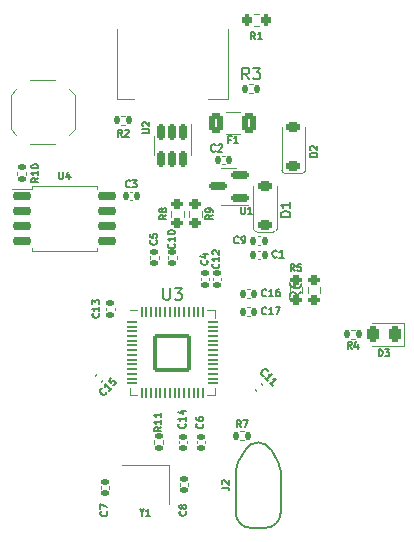
<source format=gto>
G04 #@! TF.GenerationSoftware,KiCad,Pcbnew,(7.0.0)*
G04 #@! TF.CreationDate,2023-05-22T16:41:53-07:00*
G04 #@! TF.ProjectId,OpenRectangle,4f70656e-5265-4637-9461-6e676c652e6b,rev?*
G04 #@! TF.SameCoordinates,Original*
G04 #@! TF.FileFunction,Legend,Top*
G04 #@! TF.FilePolarity,Positive*
%FSLAX46Y46*%
G04 Gerber Fmt 4.6, Leading zero omitted, Abs format (unit mm)*
G04 Created by KiCad (PCBNEW (7.0.0)) date 2023-05-22 16:41:53*
%MOMM*%
%LPD*%
G01*
G04 APERTURE LIST*
G04 Aperture macros list*
%AMRoundRect*
0 Rectangle with rounded corners*
0 $1 Rounding radius*
0 $2 $3 $4 $5 $6 $7 $8 $9 X,Y pos of 4 corners*
0 Add a 4 corners polygon primitive as box body*
4,1,4,$2,$3,$4,$5,$6,$7,$8,$9,$2,$3,0*
0 Add four circle primitives for the rounded corners*
1,1,$1+$1,$2,$3*
1,1,$1+$1,$4,$5*
1,1,$1+$1,$6,$7*
1,1,$1+$1,$8,$9*
0 Add four rect primitives between the rounded corners*
20,1,$1+$1,$2,$3,$4,$5,0*
20,1,$1+$1,$4,$5,$6,$7,0*
20,1,$1+$1,$6,$7,$8,$9,0*
20,1,$1+$1,$8,$9,$2,$3,0*%
G04 Aperture macros list end*
%ADD10C,0.150000*%
%ADD11C,0.120000*%
%ADD12C,0.200000*%
%ADD13C,3.800000*%
%ADD14C,1.750000*%
%ADD15C,3.987800*%
%ADD16R,1.100000X1.800000*%
%ADD17RoundRect,0.140000X0.170000X-0.140000X0.170000X0.140000X-0.170000X0.140000X-0.170000X-0.140000X0*%
%ADD18RoundRect,0.200000X-0.275000X0.200000X-0.275000X-0.200000X0.275000X-0.200000X0.275000X0.200000X0*%
%ADD19RoundRect,0.150000X0.587500X0.150000X-0.587500X0.150000X-0.587500X-0.150000X0.587500X-0.150000X0*%
%ADD20RoundRect,0.140000X0.140000X0.170000X-0.140000X0.170000X-0.140000X-0.170000X0.140000X-0.170000X0*%
%ADD21RoundRect,0.200000X0.275000X-0.200000X0.275000X0.200000X-0.275000X0.200000X-0.275000X-0.200000X0*%
%ADD22RoundRect,0.135000X-0.135000X-0.185000X0.135000X-0.185000X0.135000X0.185000X-0.135000X0.185000X0*%
%ADD23RoundRect,0.140000X-0.219203X-0.021213X-0.021213X-0.219203X0.219203X0.021213X0.021213X0.219203X0*%
%ADD24RoundRect,0.135000X0.135000X0.185000X-0.135000X0.185000X-0.135000X-0.185000X0.135000X-0.185000X0*%
%ADD25R,1.400000X1.200000*%
%ADD26RoundRect,0.140000X-0.021213X0.219203X-0.219203X0.021213X0.021213X-0.219203X0.219203X-0.021213X0*%
%ADD27RoundRect,0.250000X-0.375000X-0.625000X0.375000X-0.625000X0.375000X0.625000X-0.375000X0.625000X0*%
%ADD28RoundRect,0.225000X0.375000X-0.225000X0.375000X0.225000X-0.375000X0.225000X-0.375000X-0.225000X0*%
%ADD29RoundRect,0.200000X0.200000X0.275000X-0.200000X0.275000X-0.200000X-0.275000X0.200000X-0.275000X0*%
%ADD30RoundRect,0.140000X-0.140000X-0.170000X0.140000X-0.170000X0.140000X0.170000X-0.140000X0.170000X0*%
%ADD31RoundRect,0.243750X0.243750X0.456250X-0.243750X0.456250X-0.243750X-0.456250X0.243750X-0.456250X0*%
%ADD32RoundRect,0.135000X0.185000X-0.135000X0.185000X0.135000X-0.185000X0.135000X-0.185000X-0.135000X0*%
%ADD33RoundRect,0.140000X-0.170000X0.140000X-0.170000X-0.140000X0.170000X-0.140000X0.170000X0.140000X0*%
%ADD34RoundRect,0.135000X-0.185000X0.135000X-0.185000X-0.135000X0.185000X-0.135000X0.185000X0.135000X0*%
%ADD35C,0.990600*%
%ADD36C,0.787400*%
%ADD37RoundRect,0.050000X-0.387500X-0.050000X0.387500X-0.050000X0.387500X0.050000X-0.387500X0.050000X0*%
%ADD38RoundRect,0.050000X-0.050000X-0.387500X0.050000X-0.387500X0.050000X0.387500X-0.050000X0.387500X0*%
%ADD39RoundRect,0.144000X-1.456000X-1.456000X1.456000X-1.456000X1.456000X1.456000X-1.456000X1.456000X0*%
%ADD40RoundRect,0.150000X-0.150000X0.512500X-0.150000X-0.512500X0.150000X-0.512500X0.150000X0.512500X0*%
%ADD41C,0.650000*%
%ADD42R,0.300000X0.900000*%
%ADD43R,0.300000X0.700000*%
%ADD44O,0.800000X1.400000*%
%ADD45RoundRect,0.150000X-0.650000X-0.150000X0.650000X-0.150000X0.650000X0.150000X-0.650000X0.150000X0*%
%ADD46C,3.300000*%
G04 APERTURE END LIST*
D10*
X192348035Y-51581732D02*
X192376607Y-51610304D01*
X192376607Y-51610304D02*
X192405178Y-51696018D01*
X192405178Y-51696018D02*
X192405178Y-51753161D01*
X192405178Y-51753161D02*
X192376607Y-51838875D01*
X192376607Y-51838875D02*
X192319464Y-51896018D01*
X192319464Y-51896018D02*
X192262321Y-51924589D01*
X192262321Y-51924589D02*
X192148035Y-51953161D01*
X192148035Y-51953161D02*
X192062321Y-51953161D01*
X192062321Y-51953161D02*
X191948035Y-51924589D01*
X191948035Y-51924589D02*
X191890892Y-51896018D01*
X191890892Y-51896018D02*
X191833750Y-51838875D01*
X191833750Y-51838875D02*
X191805178Y-51753161D01*
X191805178Y-51753161D02*
X191805178Y-51696018D01*
X191805178Y-51696018D02*
X191833750Y-51610304D01*
X191833750Y-51610304D02*
X191862321Y-51581732D01*
X192405178Y-51010304D02*
X192405178Y-51353161D01*
X192405178Y-51181732D02*
X191805178Y-51181732D01*
X191805178Y-51181732D02*
X191890892Y-51238875D01*
X191890892Y-51238875D02*
X191948035Y-51296018D01*
X191948035Y-51296018D02*
X191976607Y-51353161D01*
X191805178Y-50810303D02*
X191805178Y-50438875D01*
X191805178Y-50438875D02*
X192033750Y-50638875D01*
X192033750Y-50638875D02*
X192033750Y-50553160D01*
X192033750Y-50553160D02*
X192062321Y-50496018D01*
X192062321Y-50496018D02*
X192090892Y-50467446D01*
X192090892Y-50467446D02*
X192148035Y-50438875D01*
X192148035Y-50438875D02*
X192290892Y-50438875D01*
X192290892Y-50438875D02*
X192348035Y-50467446D01*
X192348035Y-50467446D02*
X192376607Y-50496018D01*
X192376607Y-50496018D02*
X192405178Y-50553160D01*
X192405178Y-50553160D02*
X192405178Y-50724589D01*
X192405178Y-50724589D02*
X192376607Y-50781732D01*
X192376607Y-50781732D02*
X192348035Y-50810303D01*
X208940000Y-48000428D02*
X208740000Y-47714714D01*
X208597143Y-48000428D02*
X208597143Y-47400428D01*
X208597143Y-47400428D02*
X208825714Y-47400428D01*
X208825714Y-47400428D02*
X208882857Y-47429000D01*
X208882857Y-47429000D02*
X208911428Y-47457571D01*
X208911428Y-47457571D02*
X208940000Y-47514714D01*
X208940000Y-47514714D02*
X208940000Y-47600428D01*
X208940000Y-47600428D02*
X208911428Y-47657571D01*
X208911428Y-47657571D02*
X208882857Y-47686142D01*
X208882857Y-47686142D02*
X208825714Y-47714714D01*
X208825714Y-47714714D02*
X208597143Y-47714714D01*
X209482857Y-47400428D02*
X209197143Y-47400428D01*
X209197143Y-47400428D02*
X209168571Y-47686142D01*
X209168571Y-47686142D02*
X209197143Y-47657571D01*
X209197143Y-47657571D02*
X209254286Y-47629000D01*
X209254286Y-47629000D02*
X209397143Y-47629000D01*
X209397143Y-47629000D02*
X209454286Y-47657571D01*
X209454286Y-47657571D02*
X209482857Y-47686142D01*
X209482857Y-47686142D02*
X209511428Y-47743285D01*
X209511428Y-47743285D02*
X209511428Y-47886142D01*
X209511428Y-47886142D02*
X209482857Y-47943285D01*
X209482857Y-47943285D02*
X209454286Y-47971857D01*
X209454286Y-47971857D02*
X209397143Y-48000428D01*
X209397143Y-48000428D02*
X209254286Y-48000428D01*
X209254286Y-48000428D02*
X209197143Y-47971857D01*
X209197143Y-47971857D02*
X209168571Y-47943285D01*
X204395357Y-42540428D02*
X204395357Y-43026142D01*
X204395357Y-43026142D02*
X204423928Y-43083285D01*
X204423928Y-43083285D02*
X204452500Y-43111857D01*
X204452500Y-43111857D02*
X204509642Y-43140428D01*
X204509642Y-43140428D02*
X204623928Y-43140428D01*
X204623928Y-43140428D02*
X204681071Y-43111857D01*
X204681071Y-43111857D02*
X204709642Y-43083285D01*
X204709642Y-43083285D02*
X204738214Y-43026142D01*
X204738214Y-43026142D02*
X204738214Y-42540428D01*
X205338213Y-43140428D02*
X204995356Y-43140428D01*
X205166785Y-43140428D02*
X205166785Y-42540428D01*
X205166785Y-42540428D02*
X205109642Y-42626142D01*
X205109642Y-42626142D02*
X205052499Y-42683285D01*
X205052499Y-42683285D02*
X204995356Y-42711857D01*
X202240000Y-37813285D02*
X202211428Y-37841857D01*
X202211428Y-37841857D02*
X202125714Y-37870428D01*
X202125714Y-37870428D02*
X202068571Y-37870428D01*
X202068571Y-37870428D02*
X201982857Y-37841857D01*
X201982857Y-37841857D02*
X201925714Y-37784714D01*
X201925714Y-37784714D02*
X201897143Y-37727571D01*
X201897143Y-37727571D02*
X201868571Y-37613285D01*
X201868571Y-37613285D02*
X201868571Y-37527571D01*
X201868571Y-37527571D02*
X201897143Y-37413285D01*
X201897143Y-37413285D02*
X201925714Y-37356142D01*
X201925714Y-37356142D02*
X201982857Y-37299000D01*
X201982857Y-37299000D02*
X202068571Y-37270428D01*
X202068571Y-37270428D02*
X202125714Y-37270428D01*
X202125714Y-37270428D02*
X202211428Y-37299000D01*
X202211428Y-37299000D02*
X202240000Y-37327571D01*
X202468571Y-37327571D02*
X202497143Y-37299000D01*
X202497143Y-37299000D02*
X202554286Y-37270428D01*
X202554286Y-37270428D02*
X202697143Y-37270428D01*
X202697143Y-37270428D02*
X202754286Y-37299000D01*
X202754286Y-37299000D02*
X202782857Y-37327571D01*
X202782857Y-37327571D02*
X202811428Y-37384714D01*
X202811428Y-37384714D02*
X202811428Y-37441857D01*
X202811428Y-37441857D02*
X202782857Y-37527571D01*
X202782857Y-37527571D02*
X202440000Y-37870428D01*
X202440000Y-37870428D02*
X202811428Y-37870428D01*
X209507380Y-49766666D02*
X209031190Y-50099999D01*
X209507380Y-50338094D02*
X208507380Y-50338094D01*
X208507380Y-50338094D02*
X208507380Y-49957142D01*
X208507380Y-49957142D02*
X208555000Y-49861904D01*
X208555000Y-49861904D02*
X208602619Y-49814285D01*
X208602619Y-49814285D02*
X208697857Y-49766666D01*
X208697857Y-49766666D02*
X208840714Y-49766666D01*
X208840714Y-49766666D02*
X208935952Y-49814285D01*
X208935952Y-49814285D02*
X208983571Y-49861904D01*
X208983571Y-49861904D02*
X209031190Y-49957142D01*
X209031190Y-49957142D02*
X209031190Y-50338094D01*
X208507380Y-48909523D02*
X208507380Y-49099999D01*
X208507380Y-49099999D02*
X208555000Y-49195237D01*
X208555000Y-49195237D02*
X208602619Y-49242856D01*
X208602619Y-49242856D02*
X208745476Y-49338094D01*
X208745476Y-49338094D02*
X208935952Y-49385713D01*
X208935952Y-49385713D02*
X209316904Y-49385713D01*
X209316904Y-49385713D02*
X209412142Y-49338094D01*
X209412142Y-49338094D02*
X209459761Y-49290475D01*
X209459761Y-49290475D02*
X209507380Y-49195237D01*
X209507380Y-49195237D02*
X209507380Y-49004761D01*
X209507380Y-49004761D02*
X209459761Y-48909523D01*
X209459761Y-48909523D02*
X209412142Y-48861904D01*
X209412142Y-48861904D02*
X209316904Y-48814285D01*
X209316904Y-48814285D02*
X209078809Y-48814285D01*
X209078809Y-48814285D02*
X208983571Y-48861904D01*
X208983571Y-48861904D02*
X208935952Y-48909523D01*
X208935952Y-48909523D02*
X208888333Y-49004761D01*
X208888333Y-49004761D02*
X208888333Y-49195237D01*
X208888333Y-49195237D02*
X208935952Y-49290475D01*
X208935952Y-49290475D02*
X208983571Y-49338094D01*
X208983571Y-49338094D02*
X209078809Y-49385713D01*
X213760000Y-54580428D02*
X213560000Y-54294714D01*
X213417143Y-54580428D02*
X213417143Y-53980428D01*
X213417143Y-53980428D02*
X213645714Y-53980428D01*
X213645714Y-53980428D02*
X213702857Y-54009000D01*
X213702857Y-54009000D02*
X213731428Y-54037571D01*
X213731428Y-54037571D02*
X213760000Y-54094714D01*
X213760000Y-54094714D02*
X213760000Y-54180428D01*
X213760000Y-54180428D02*
X213731428Y-54237571D01*
X213731428Y-54237571D02*
X213702857Y-54266142D01*
X213702857Y-54266142D02*
X213645714Y-54294714D01*
X213645714Y-54294714D02*
X213417143Y-54294714D01*
X214274286Y-54180428D02*
X214274286Y-54580428D01*
X214131428Y-53951857D02*
X213988571Y-54380428D01*
X213988571Y-54380428D02*
X214360000Y-54380428D01*
X206318042Y-56838367D02*
X206277635Y-56838367D01*
X206277635Y-56838367D02*
X206196823Y-56797961D01*
X206196823Y-56797961D02*
X206156417Y-56757555D01*
X206156417Y-56757555D02*
X206116011Y-56676743D01*
X206116011Y-56676743D02*
X206116011Y-56595931D01*
X206116011Y-56595931D02*
X206136214Y-56535322D01*
X206136214Y-56535322D02*
X206196823Y-56434306D01*
X206196823Y-56434306D02*
X206257432Y-56373697D01*
X206257432Y-56373697D02*
X206358448Y-56313088D01*
X206358448Y-56313088D02*
X206419057Y-56292885D01*
X206419057Y-56292885D02*
X206499869Y-56292885D01*
X206499869Y-56292885D02*
X206580681Y-56333291D01*
X206580681Y-56333291D02*
X206621087Y-56373697D01*
X206621087Y-56373697D02*
X206661493Y-56454509D01*
X206661493Y-56454509D02*
X206661493Y-56494916D01*
X206681696Y-57282835D02*
X206439260Y-57040398D01*
X206560478Y-57161616D02*
X206984742Y-56737352D01*
X206984742Y-56737352D02*
X206883727Y-56757555D01*
X206883727Y-56757555D02*
X206802915Y-56757555D01*
X206802915Y-56757555D02*
X206742306Y-56737352D01*
X207085758Y-57686896D02*
X206843321Y-57444459D01*
X206964540Y-57565678D02*
X207388804Y-57141414D01*
X207388804Y-57141414D02*
X207287788Y-57161617D01*
X207287788Y-57161617D02*
X207206976Y-57161617D01*
X207206976Y-57161617D02*
X207146367Y-57141414D01*
X194330000Y-36620428D02*
X194130000Y-36334714D01*
X193987143Y-36620428D02*
X193987143Y-36020428D01*
X193987143Y-36020428D02*
X194215714Y-36020428D01*
X194215714Y-36020428D02*
X194272857Y-36049000D01*
X194272857Y-36049000D02*
X194301428Y-36077571D01*
X194301428Y-36077571D02*
X194330000Y-36134714D01*
X194330000Y-36134714D02*
X194330000Y-36220428D01*
X194330000Y-36220428D02*
X194301428Y-36277571D01*
X194301428Y-36277571D02*
X194272857Y-36306142D01*
X194272857Y-36306142D02*
X194215714Y-36334714D01*
X194215714Y-36334714D02*
X193987143Y-36334714D01*
X194558571Y-36077571D02*
X194587143Y-36049000D01*
X194587143Y-36049000D02*
X194644286Y-36020428D01*
X194644286Y-36020428D02*
X194787143Y-36020428D01*
X194787143Y-36020428D02*
X194844286Y-36049000D01*
X194844286Y-36049000D02*
X194872857Y-36077571D01*
X194872857Y-36077571D02*
X194901428Y-36134714D01*
X194901428Y-36134714D02*
X194901428Y-36191857D01*
X194901428Y-36191857D02*
X194872857Y-36277571D01*
X194872857Y-36277571D02*
X194530000Y-36620428D01*
X194530000Y-36620428D02*
X194901428Y-36620428D01*
X196008285Y-68423964D02*
X196008285Y-68709678D01*
X195808285Y-68109678D02*
X196008285Y-68423964D01*
X196008285Y-68423964D02*
X196208285Y-68109678D01*
X196722571Y-68709678D02*
X196379714Y-68709678D01*
X196551143Y-68709678D02*
X196551143Y-68109678D01*
X196551143Y-68109678D02*
X196494000Y-68195392D01*
X196494000Y-68195392D02*
X196436857Y-68252535D01*
X196436857Y-68252535D02*
X196379714Y-68281107D01*
X192991712Y-58246463D02*
X192991712Y-58286870D01*
X192991712Y-58286870D02*
X192951306Y-58367682D01*
X192951306Y-58367682D02*
X192910900Y-58408088D01*
X192910900Y-58408088D02*
X192830088Y-58448494D01*
X192830088Y-58448494D02*
X192749276Y-58448494D01*
X192749276Y-58448494D02*
X192688667Y-58428291D01*
X192688667Y-58428291D02*
X192587651Y-58367682D01*
X192587651Y-58367682D02*
X192527042Y-58307073D01*
X192527042Y-58307073D02*
X192466433Y-58206057D01*
X192466433Y-58206057D02*
X192446230Y-58145448D01*
X192446230Y-58145448D02*
X192446230Y-58064636D01*
X192446230Y-58064636D02*
X192486636Y-57983824D01*
X192486636Y-57983824D02*
X192527042Y-57943418D01*
X192527042Y-57943418D02*
X192607854Y-57903012D01*
X192607854Y-57903012D02*
X192648261Y-57903012D01*
X193436180Y-57882809D02*
X193193743Y-58125245D01*
X193314961Y-58004027D02*
X192890697Y-57579763D01*
X192890697Y-57579763D02*
X192910900Y-57680778D01*
X192910900Y-57680778D02*
X192910900Y-57761590D01*
X192910900Y-57761590D02*
X192890697Y-57822199D01*
X193395774Y-57074686D02*
X193193743Y-57276717D01*
X193193743Y-57276717D02*
X193375571Y-57498950D01*
X193375571Y-57498950D02*
X193375571Y-57458544D01*
X193375571Y-57458544D02*
X193395774Y-57397935D01*
X193395774Y-57397935D02*
X193496789Y-57296920D01*
X193496789Y-57296920D02*
X193557398Y-57276717D01*
X193557398Y-57276717D02*
X193597804Y-57276717D01*
X193597804Y-57276717D02*
X193658413Y-57296920D01*
X193658413Y-57296920D02*
X193759429Y-57397935D01*
X193759429Y-57397935D02*
X193779632Y-57458544D01*
X193779632Y-57458544D02*
X193779632Y-57498950D01*
X193779632Y-57498950D02*
X193759429Y-57559559D01*
X193759429Y-57559559D02*
X193658413Y-57660575D01*
X193658413Y-57660575D02*
X193597804Y-57680778D01*
X193597804Y-57680778D02*
X193557398Y-57680778D01*
X199723285Y-68339999D02*
X199751857Y-68368571D01*
X199751857Y-68368571D02*
X199780428Y-68454285D01*
X199780428Y-68454285D02*
X199780428Y-68511428D01*
X199780428Y-68511428D02*
X199751857Y-68597142D01*
X199751857Y-68597142D02*
X199694714Y-68654285D01*
X199694714Y-68654285D02*
X199637571Y-68682856D01*
X199637571Y-68682856D02*
X199523285Y-68711428D01*
X199523285Y-68711428D02*
X199437571Y-68711428D01*
X199437571Y-68711428D02*
X199323285Y-68682856D01*
X199323285Y-68682856D02*
X199266142Y-68654285D01*
X199266142Y-68654285D02*
X199209000Y-68597142D01*
X199209000Y-68597142D02*
X199180428Y-68511428D01*
X199180428Y-68511428D02*
X199180428Y-68454285D01*
X199180428Y-68454285D02*
X199209000Y-68368571D01*
X199209000Y-68368571D02*
X199237571Y-68339999D01*
X199437571Y-67997142D02*
X199409000Y-68054285D01*
X199409000Y-68054285D02*
X199380428Y-68082856D01*
X199380428Y-68082856D02*
X199323285Y-68111428D01*
X199323285Y-68111428D02*
X199294714Y-68111428D01*
X199294714Y-68111428D02*
X199237571Y-68082856D01*
X199237571Y-68082856D02*
X199209000Y-68054285D01*
X199209000Y-68054285D02*
X199180428Y-67997142D01*
X199180428Y-67997142D02*
X199180428Y-67882856D01*
X199180428Y-67882856D02*
X199209000Y-67825714D01*
X199209000Y-67825714D02*
X199237571Y-67797142D01*
X199237571Y-67797142D02*
X199294714Y-67768571D01*
X199294714Y-67768571D02*
X199323285Y-67768571D01*
X199323285Y-67768571D02*
X199380428Y-67797142D01*
X199380428Y-67797142D02*
X199409000Y-67825714D01*
X199409000Y-67825714D02*
X199437571Y-67882856D01*
X199437571Y-67882856D02*
X199437571Y-67997142D01*
X199437571Y-67997142D02*
X199466142Y-68054285D01*
X199466142Y-68054285D02*
X199494714Y-68082856D01*
X199494714Y-68082856D02*
X199551857Y-68111428D01*
X199551857Y-68111428D02*
X199666142Y-68111428D01*
X199666142Y-68111428D02*
X199723285Y-68082856D01*
X199723285Y-68082856D02*
X199751857Y-68054285D01*
X199751857Y-68054285D02*
X199780428Y-67997142D01*
X199780428Y-67997142D02*
X199780428Y-67882856D01*
X199780428Y-67882856D02*
X199751857Y-67825714D01*
X199751857Y-67825714D02*
X199723285Y-67797142D01*
X199723285Y-67797142D02*
X199666142Y-67768571D01*
X199666142Y-67768571D02*
X199551857Y-67768571D01*
X199551857Y-67768571D02*
X199494714Y-67797142D01*
X199494714Y-67797142D02*
X199466142Y-67825714D01*
X199466142Y-67825714D02*
X199437571Y-67882856D01*
X203510000Y-36876142D02*
X203310000Y-36876142D01*
X203310000Y-37190428D02*
X203310000Y-36590428D01*
X203310000Y-36590428D02*
X203595714Y-36590428D01*
X204138571Y-37190428D02*
X203795714Y-37190428D01*
X203967143Y-37190428D02*
X203967143Y-36590428D01*
X203967143Y-36590428D02*
X203910000Y-36676142D01*
X203910000Y-36676142D02*
X203852857Y-36733285D01*
X203852857Y-36733285D02*
X203795714Y-36761857D01*
X210850428Y-38322856D02*
X210250428Y-38322856D01*
X210250428Y-38322856D02*
X210250428Y-38179999D01*
X210250428Y-38179999D02*
X210279000Y-38094285D01*
X210279000Y-38094285D02*
X210336142Y-38037142D01*
X210336142Y-38037142D02*
X210393285Y-38008571D01*
X210393285Y-38008571D02*
X210507571Y-37979999D01*
X210507571Y-37979999D02*
X210593285Y-37979999D01*
X210593285Y-37979999D02*
X210707571Y-38008571D01*
X210707571Y-38008571D02*
X210764714Y-38037142D01*
X210764714Y-38037142D02*
X210821857Y-38094285D01*
X210821857Y-38094285D02*
X210850428Y-38179999D01*
X210850428Y-38179999D02*
X210850428Y-38322856D01*
X210307571Y-37751428D02*
X210279000Y-37722856D01*
X210279000Y-37722856D02*
X210250428Y-37665714D01*
X210250428Y-37665714D02*
X210250428Y-37522856D01*
X210250428Y-37522856D02*
X210279000Y-37465714D01*
X210279000Y-37465714D02*
X210307571Y-37437142D01*
X210307571Y-37437142D02*
X210364714Y-37408571D01*
X210364714Y-37408571D02*
X210421857Y-37408571D01*
X210421857Y-37408571D02*
X210507571Y-37437142D01*
X210507571Y-37437142D02*
X210850428Y-37779999D01*
X210850428Y-37779999D02*
X210850428Y-37408571D01*
X205595000Y-28370428D02*
X205395000Y-28084714D01*
X205252143Y-28370428D02*
X205252143Y-27770428D01*
X205252143Y-27770428D02*
X205480714Y-27770428D01*
X205480714Y-27770428D02*
X205537857Y-27799000D01*
X205537857Y-27799000D02*
X205566428Y-27827571D01*
X205566428Y-27827571D02*
X205595000Y-27884714D01*
X205595000Y-27884714D02*
X205595000Y-27970428D01*
X205595000Y-27970428D02*
X205566428Y-28027571D01*
X205566428Y-28027571D02*
X205537857Y-28056142D01*
X205537857Y-28056142D02*
X205480714Y-28084714D01*
X205480714Y-28084714D02*
X205252143Y-28084714D01*
X206166428Y-28370428D02*
X205823571Y-28370428D01*
X205995000Y-28370428D02*
X205995000Y-27770428D01*
X205995000Y-27770428D02*
X205937857Y-27856142D01*
X205937857Y-27856142D02*
X205880714Y-27913285D01*
X205880714Y-27913285D02*
X205823571Y-27941857D01*
X204190000Y-45588285D02*
X204161428Y-45616857D01*
X204161428Y-45616857D02*
X204075714Y-45645428D01*
X204075714Y-45645428D02*
X204018571Y-45645428D01*
X204018571Y-45645428D02*
X203932857Y-45616857D01*
X203932857Y-45616857D02*
X203875714Y-45559714D01*
X203875714Y-45559714D02*
X203847143Y-45502571D01*
X203847143Y-45502571D02*
X203818571Y-45388285D01*
X203818571Y-45388285D02*
X203818571Y-45302571D01*
X203818571Y-45302571D02*
X203847143Y-45188285D01*
X203847143Y-45188285D02*
X203875714Y-45131142D01*
X203875714Y-45131142D02*
X203932857Y-45074000D01*
X203932857Y-45074000D02*
X204018571Y-45045428D01*
X204018571Y-45045428D02*
X204075714Y-45045428D01*
X204075714Y-45045428D02*
X204161428Y-45074000D01*
X204161428Y-45074000D02*
X204190000Y-45102571D01*
X204475714Y-45645428D02*
X204590000Y-45645428D01*
X204590000Y-45645428D02*
X204647143Y-45616857D01*
X204647143Y-45616857D02*
X204675714Y-45588285D01*
X204675714Y-45588285D02*
X204732857Y-45502571D01*
X204732857Y-45502571D02*
X204761428Y-45388285D01*
X204761428Y-45388285D02*
X204761428Y-45159714D01*
X204761428Y-45159714D02*
X204732857Y-45102571D01*
X204732857Y-45102571D02*
X204704286Y-45074000D01*
X204704286Y-45074000D02*
X204647143Y-45045428D01*
X204647143Y-45045428D02*
X204532857Y-45045428D01*
X204532857Y-45045428D02*
X204475714Y-45074000D01*
X204475714Y-45074000D02*
X204447143Y-45102571D01*
X204447143Y-45102571D02*
X204418571Y-45159714D01*
X204418571Y-45159714D02*
X204418571Y-45302571D01*
X204418571Y-45302571D02*
X204447143Y-45359714D01*
X204447143Y-45359714D02*
X204475714Y-45388285D01*
X204475714Y-45388285D02*
X204532857Y-45416857D01*
X204532857Y-45416857D02*
X204647143Y-45416857D01*
X204647143Y-45416857D02*
X204704286Y-45388285D01*
X204704286Y-45388285D02*
X204732857Y-45359714D01*
X204732857Y-45359714D02*
X204761428Y-45302571D01*
X207430000Y-46788285D02*
X207401428Y-46816857D01*
X207401428Y-46816857D02*
X207315714Y-46845428D01*
X207315714Y-46845428D02*
X207258571Y-46845428D01*
X207258571Y-46845428D02*
X207172857Y-46816857D01*
X207172857Y-46816857D02*
X207115714Y-46759714D01*
X207115714Y-46759714D02*
X207087143Y-46702571D01*
X207087143Y-46702571D02*
X207058571Y-46588285D01*
X207058571Y-46588285D02*
X207058571Y-46502571D01*
X207058571Y-46502571D02*
X207087143Y-46388285D01*
X207087143Y-46388285D02*
X207115714Y-46331142D01*
X207115714Y-46331142D02*
X207172857Y-46274000D01*
X207172857Y-46274000D02*
X207258571Y-46245428D01*
X207258571Y-46245428D02*
X207315714Y-46245428D01*
X207315714Y-46245428D02*
X207401428Y-46274000D01*
X207401428Y-46274000D02*
X207430000Y-46302571D01*
X208001428Y-46845428D02*
X207658571Y-46845428D01*
X207830000Y-46845428D02*
X207830000Y-46245428D01*
X207830000Y-46245428D02*
X207772857Y-46331142D01*
X207772857Y-46331142D02*
X207715714Y-46388285D01*
X207715714Y-46388285D02*
X207658571Y-46416857D01*
X216044643Y-55220428D02*
X216044643Y-54620428D01*
X216044643Y-54620428D02*
X216187500Y-54620428D01*
X216187500Y-54620428D02*
X216273214Y-54649000D01*
X216273214Y-54649000D02*
X216330357Y-54706142D01*
X216330357Y-54706142D02*
X216358928Y-54763285D01*
X216358928Y-54763285D02*
X216387500Y-54877571D01*
X216387500Y-54877571D02*
X216387500Y-54963285D01*
X216387500Y-54963285D02*
X216358928Y-55077571D01*
X216358928Y-55077571D02*
X216330357Y-55134714D01*
X216330357Y-55134714D02*
X216273214Y-55191857D01*
X216273214Y-55191857D02*
X216187500Y-55220428D01*
X216187500Y-55220428D02*
X216044643Y-55220428D01*
X216587500Y-54620428D02*
X216958928Y-54620428D01*
X216958928Y-54620428D02*
X216758928Y-54849000D01*
X216758928Y-54849000D02*
X216844643Y-54849000D01*
X216844643Y-54849000D02*
X216901786Y-54877571D01*
X216901786Y-54877571D02*
X216930357Y-54906142D01*
X216930357Y-54906142D02*
X216958928Y-54963285D01*
X216958928Y-54963285D02*
X216958928Y-55106142D01*
X216958928Y-55106142D02*
X216930357Y-55163285D01*
X216930357Y-55163285D02*
X216901786Y-55191857D01*
X216901786Y-55191857D02*
X216844643Y-55220428D01*
X216844643Y-55220428D02*
X216673214Y-55220428D01*
X216673214Y-55220428D02*
X216616071Y-55191857D01*
X216616071Y-55191857D02*
X216587500Y-55163285D01*
X201513285Y-47079999D02*
X201541857Y-47108571D01*
X201541857Y-47108571D02*
X201570428Y-47194285D01*
X201570428Y-47194285D02*
X201570428Y-47251428D01*
X201570428Y-47251428D02*
X201541857Y-47337142D01*
X201541857Y-47337142D02*
X201484714Y-47394285D01*
X201484714Y-47394285D02*
X201427571Y-47422856D01*
X201427571Y-47422856D02*
X201313285Y-47451428D01*
X201313285Y-47451428D02*
X201227571Y-47451428D01*
X201227571Y-47451428D02*
X201113285Y-47422856D01*
X201113285Y-47422856D02*
X201056142Y-47394285D01*
X201056142Y-47394285D02*
X200999000Y-47337142D01*
X200999000Y-47337142D02*
X200970428Y-47251428D01*
X200970428Y-47251428D02*
X200970428Y-47194285D01*
X200970428Y-47194285D02*
X200999000Y-47108571D01*
X200999000Y-47108571D02*
X201027571Y-47079999D01*
X201170428Y-46565714D02*
X201570428Y-46565714D01*
X200941857Y-46708571D02*
X201370428Y-46851428D01*
X201370428Y-46851428D02*
X201370428Y-46479999D01*
X197660428Y-61185714D02*
X197374714Y-61385714D01*
X197660428Y-61528571D02*
X197060428Y-61528571D01*
X197060428Y-61528571D02*
X197060428Y-61300000D01*
X197060428Y-61300000D02*
X197089000Y-61242857D01*
X197089000Y-61242857D02*
X197117571Y-61214286D01*
X197117571Y-61214286D02*
X197174714Y-61185714D01*
X197174714Y-61185714D02*
X197260428Y-61185714D01*
X197260428Y-61185714D02*
X197317571Y-61214286D01*
X197317571Y-61214286D02*
X197346142Y-61242857D01*
X197346142Y-61242857D02*
X197374714Y-61300000D01*
X197374714Y-61300000D02*
X197374714Y-61528571D01*
X197660428Y-60614286D02*
X197660428Y-60957143D01*
X197660428Y-60785714D02*
X197060428Y-60785714D01*
X197060428Y-60785714D02*
X197146142Y-60842857D01*
X197146142Y-60842857D02*
X197203285Y-60900000D01*
X197203285Y-60900000D02*
X197231857Y-60957143D01*
X197660428Y-60042857D02*
X197660428Y-60385714D01*
X197660428Y-60214285D02*
X197060428Y-60214285D01*
X197060428Y-60214285D02*
X197146142Y-60271428D01*
X197146142Y-60271428D02*
X197203285Y-60328571D01*
X197203285Y-60328571D02*
X197231857Y-60385714D01*
X201143285Y-60899999D02*
X201171857Y-60928571D01*
X201171857Y-60928571D02*
X201200428Y-61014285D01*
X201200428Y-61014285D02*
X201200428Y-61071428D01*
X201200428Y-61071428D02*
X201171857Y-61157142D01*
X201171857Y-61157142D02*
X201114714Y-61214285D01*
X201114714Y-61214285D02*
X201057571Y-61242856D01*
X201057571Y-61242856D02*
X200943285Y-61271428D01*
X200943285Y-61271428D02*
X200857571Y-61271428D01*
X200857571Y-61271428D02*
X200743285Y-61242856D01*
X200743285Y-61242856D02*
X200686142Y-61214285D01*
X200686142Y-61214285D02*
X200629000Y-61157142D01*
X200629000Y-61157142D02*
X200600428Y-61071428D01*
X200600428Y-61071428D02*
X200600428Y-61014285D01*
X200600428Y-61014285D02*
X200629000Y-60928571D01*
X200629000Y-60928571D02*
X200657571Y-60899999D01*
X200600428Y-60385714D02*
X200600428Y-60499999D01*
X200600428Y-60499999D02*
X200629000Y-60557142D01*
X200629000Y-60557142D02*
X200657571Y-60585714D01*
X200657571Y-60585714D02*
X200743285Y-60642856D01*
X200743285Y-60642856D02*
X200857571Y-60671428D01*
X200857571Y-60671428D02*
X201086142Y-60671428D01*
X201086142Y-60671428D02*
X201143285Y-60642856D01*
X201143285Y-60642856D02*
X201171857Y-60614285D01*
X201171857Y-60614285D02*
X201200428Y-60557142D01*
X201200428Y-60557142D02*
X201200428Y-60442856D01*
X201200428Y-60442856D02*
X201171857Y-60385714D01*
X201171857Y-60385714D02*
X201143285Y-60357142D01*
X201143285Y-60357142D02*
X201086142Y-60328571D01*
X201086142Y-60328571D02*
X200943285Y-60328571D01*
X200943285Y-60328571D02*
X200886142Y-60357142D01*
X200886142Y-60357142D02*
X200857571Y-60385714D01*
X200857571Y-60385714D02*
X200829000Y-60442856D01*
X200829000Y-60442856D02*
X200829000Y-60557142D01*
X200829000Y-60557142D02*
X200857571Y-60614285D01*
X200857571Y-60614285D02*
X200886142Y-60642856D01*
X200886142Y-60642856D02*
X200943285Y-60671428D01*
X206554285Y-50083285D02*
X206525713Y-50111857D01*
X206525713Y-50111857D02*
X206439999Y-50140428D01*
X206439999Y-50140428D02*
X206382856Y-50140428D01*
X206382856Y-50140428D02*
X206297142Y-50111857D01*
X206297142Y-50111857D02*
X206239999Y-50054714D01*
X206239999Y-50054714D02*
X206211428Y-49997571D01*
X206211428Y-49997571D02*
X206182856Y-49883285D01*
X206182856Y-49883285D02*
X206182856Y-49797571D01*
X206182856Y-49797571D02*
X206211428Y-49683285D01*
X206211428Y-49683285D02*
X206239999Y-49626142D01*
X206239999Y-49626142D02*
X206297142Y-49569000D01*
X206297142Y-49569000D02*
X206382856Y-49540428D01*
X206382856Y-49540428D02*
X206439999Y-49540428D01*
X206439999Y-49540428D02*
X206525713Y-49569000D01*
X206525713Y-49569000D02*
X206554285Y-49597571D01*
X207125713Y-50140428D02*
X206782856Y-50140428D01*
X206954285Y-50140428D02*
X206954285Y-49540428D01*
X206954285Y-49540428D02*
X206897142Y-49626142D01*
X206897142Y-49626142D02*
X206839999Y-49683285D01*
X206839999Y-49683285D02*
X206782856Y-49711857D01*
X207640000Y-49540428D02*
X207525714Y-49540428D01*
X207525714Y-49540428D02*
X207468571Y-49569000D01*
X207468571Y-49569000D02*
X207440000Y-49597571D01*
X207440000Y-49597571D02*
X207382857Y-49683285D01*
X207382857Y-49683285D02*
X207354285Y-49797571D01*
X207354285Y-49797571D02*
X207354285Y-50026142D01*
X207354285Y-50026142D02*
X207382857Y-50083285D01*
X207382857Y-50083285D02*
X207411428Y-50111857D01*
X207411428Y-50111857D02*
X207468571Y-50140428D01*
X207468571Y-50140428D02*
X207582857Y-50140428D01*
X207582857Y-50140428D02*
X207640000Y-50111857D01*
X207640000Y-50111857D02*
X207668571Y-50083285D01*
X207668571Y-50083285D02*
X207697142Y-50026142D01*
X207697142Y-50026142D02*
X207697142Y-49883285D01*
X207697142Y-49883285D02*
X207668571Y-49826142D01*
X207668571Y-49826142D02*
X207640000Y-49797571D01*
X207640000Y-49797571D02*
X207582857Y-49769000D01*
X207582857Y-49769000D02*
X207468571Y-49769000D01*
X207468571Y-49769000D02*
X207411428Y-49797571D01*
X207411428Y-49797571D02*
X207382857Y-49826142D01*
X207382857Y-49826142D02*
X207354285Y-49883285D01*
X202513285Y-47365714D02*
X202541857Y-47394286D01*
X202541857Y-47394286D02*
X202570428Y-47480000D01*
X202570428Y-47480000D02*
X202570428Y-47537143D01*
X202570428Y-47537143D02*
X202541857Y-47622857D01*
X202541857Y-47622857D02*
X202484714Y-47680000D01*
X202484714Y-47680000D02*
X202427571Y-47708571D01*
X202427571Y-47708571D02*
X202313285Y-47737143D01*
X202313285Y-47737143D02*
X202227571Y-47737143D01*
X202227571Y-47737143D02*
X202113285Y-47708571D01*
X202113285Y-47708571D02*
X202056142Y-47680000D01*
X202056142Y-47680000D02*
X201999000Y-47622857D01*
X201999000Y-47622857D02*
X201970428Y-47537143D01*
X201970428Y-47537143D02*
X201970428Y-47480000D01*
X201970428Y-47480000D02*
X201999000Y-47394286D01*
X201999000Y-47394286D02*
X202027571Y-47365714D01*
X202570428Y-46794286D02*
X202570428Y-47137143D01*
X202570428Y-46965714D02*
X201970428Y-46965714D01*
X201970428Y-46965714D02*
X202056142Y-47022857D01*
X202056142Y-47022857D02*
X202113285Y-47080000D01*
X202113285Y-47080000D02*
X202141857Y-47137143D01*
X202027571Y-46565714D02*
X201999000Y-46537142D01*
X201999000Y-46537142D02*
X201970428Y-46480000D01*
X201970428Y-46480000D02*
X201970428Y-46337142D01*
X201970428Y-46337142D02*
X201999000Y-46280000D01*
X201999000Y-46280000D02*
X202027571Y-46251428D01*
X202027571Y-46251428D02*
X202084714Y-46222857D01*
X202084714Y-46222857D02*
X202141857Y-46222857D01*
X202141857Y-46222857D02*
X202227571Y-46251428D01*
X202227571Y-46251428D02*
X202570428Y-46594285D01*
X202570428Y-46594285D02*
X202570428Y-46222857D01*
X195000000Y-40843285D02*
X194971428Y-40871857D01*
X194971428Y-40871857D02*
X194885714Y-40900428D01*
X194885714Y-40900428D02*
X194828571Y-40900428D01*
X194828571Y-40900428D02*
X194742857Y-40871857D01*
X194742857Y-40871857D02*
X194685714Y-40814714D01*
X194685714Y-40814714D02*
X194657143Y-40757571D01*
X194657143Y-40757571D02*
X194628571Y-40643285D01*
X194628571Y-40643285D02*
X194628571Y-40557571D01*
X194628571Y-40557571D02*
X194657143Y-40443285D01*
X194657143Y-40443285D02*
X194685714Y-40386142D01*
X194685714Y-40386142D02*
X194742857Y-40329000D01*
X194742857Y-40329000D02*
X194828571Y-40300428D01*
X194828571Y-40300428D02*
X194885714Y-40300428D01*
X194885714Y-40300428D02*
X194971428Y-40329000D01*
X194971428Y-40329000D02*
X195000000Y-40357571D01*
X195200000Y-40300428D02*
X195571428Y-40300428D01*
X195571428Y-40300428D02*
X195371428Y-40529000D01*
X195371428Y-40529000D02*
X195457143Y-40529000D01*
X195457143Y-40529000D02*
X195514286Y-40557571D01*
X195514286Y-40557571D02*
X195542857Y-40586142D01*
X195542857Y-40586142D02*
X195571428Y-40643285D01*
X195571428Y-40643285D02*
X195571428Y-40786142D01*
X195571428Y-40786142D02*
X195542857Y-40843285D01*
X195542857Y-40843285D02*
X195514286Y-40871857D01*
X195514286Y-40871857D02*
X195457143Y-40900428D01*
X195457143Y-40900428D02*
X195285714Y-40900428D01*
X195285714Y-40900428D02*
X195228571Y-40871857D01*
X195228571Y-40871857D02*
X195200000Y-40843285D01*
X193033285Y-68349999D02*
X193061857Y-68378571D01*
X193061857Y-68378571D02*
X193090428Y-68464285D01*
X193090428Y-68464285D02*
X193090428Y-68521428D01*
X193090428Y-68521428D02*
X193061857Y-68607142D01*
X193061857Y-68607142D02*
X193004714Y-68664285D01*
X193004714Y-68664285D02*
X192947571Y-68692856D01*
X192947571Y-68692856D02*
X192833285Y-68721428D01*
X192833285Y-68721428D02*
X192747571Y-68721428D01*
X192747571Y-68721428D02*
X192633285Y-68692856D01*
X192633285Y-68692856D02*
X192576142Y-68664285D01*
X192576142Y-68664285D02*
X192519000Y-68607142D01*
X192519000Y-68607142D02*
X192490428Y-68521428D01*
X192490428Y-68521428D02*
X192490428Y-68464285D01*
X192490428Y-68464285D02*
X192519000Y-68378571D01*
X192519000Y-68378571D02*
X192547571Y-68349999D01*
X192490428Y-68149999D02*
X192490428Y-67749999D01*
X192490428Y-67749999D02*
X193090428Y-68007142D01*
X201990428Y-43239999D02*
X201704714Y-43439999D01*
X201990428Y-43582856D02*
X201390428Y-43582856D01*
X201390428Y-43582856D02*
X201390428Y-43354285D01*
X201390428Y-43354285D02*
X201419000Y-43297142D01*
X201419000Y-43297142D02*
X201447571Y-43268571D01*
X201447571Y-43268571D02*
X201504714Y-43239999D01*
X201504714Y-43239999D02*
X201590428Y-43239999D01*
X201590428Y-43239999D02*
X201647571Y-43268571D01*
X201647571Y-43268571D02*
X201676142Y-43297142D01*
X201676142Y-43297142D02*
X201704714Y-43354285D01*
X201704714Y-43354285D02*
X201704714Y-43582856D01*
X201990428Y-42954285D02*
X201990428Y-42839999D01*
X201990428Y-42839999D02*
X201961857Y-42782856D01*
X201961857Y-42782856D02*
X201933285Y-42754285D01*
X201933285Y-42754285D02*
X201847571Y-42697142D01*
X201847571Y-42697142D02*
X201733285Y-42668571D01*
X201733285Y-42668571D02*
X201504714Y-42668571D01*
X201504714Y-42668571D02*
X201447571Y-42697142D01*
X201447571Y-42697142D02*
X201419000Y-42725714D01*
X201419000Y-42725714D02*
X201390428Y-42782856D01*
X201390428Y-42782856D02*
X201390428Y-42897142D01*
X201390428Y-42897142D02*
X201419000Y-42954285D01*
X201419000Y-42954285D02*
X201447571Y-42982856D01*
X201447571Y-42982856D02*
X201504714Y-43011428D01*
X201504714Y-43011428D02*
X201647571Y-43011428D01*
X201647571Y-43011428D02*
X201704714Y-42982856D01*
X201704714Y-42982856D02*
X201733285Y-42954285D01*
X201733285Y-42954285D02*
X201761857Y-42897142D01*
X201761857Y-42897142D02*
X201761857Y-42782856D01*
X201761857Y-42782856D02*
X201733285Y-42725714D01*
X201733285Y-42725714D02*
X201704714Y-42697142D01*
X201704714Y-42697142D02*
X201647571Y-42668571D01*
X187240428Y-40105714D02*
X186954714Y-40305714D01*
X187240428Y-40448571D02*
X186640428Y-40448571D01*
X186640428Y-40448571D02*
X186640428Y-40220000D01*
X186640428Y-40220000D02*
X186669000Y-40162857D01*
X186669000Y-40162857D02*
X186697571Y-40134286D01*
X186697571Y-40134286D02*
X186754714Y-40105714D01*
X186754714Y-40105714D02*
X186840428Y-40105714D01*
X186840428Y-40105714D02*
X186897571Y-40134286D01*
X186897571Y-40134286D02*
X186926142Y-40162857D01*
X186926142Y-40162857D02*
X186954714Y-40220000D01*
X186954714Y-40220000D02*
X186954714Y-40448571D01*
X187240428Y-39534286D02*
X187240428Y-39877143D01*
X187240428Y-39705714D02*
X186640428Y-39705714D01*
X186640428Y-39705714D02*
X186726142Y-39762857D01*
X186726142Y-39762857D02*
X186783285Y-39820000D01*
X186783285Y-39820000D02*
X186811857Y-39877143D01*
X186640428Y-39162857D02*
X186640428Y-39105714D01*
X186640428Y-39105714D02*
X186669000Y-39048571D01*
X186669000Y-39048571D02*
X186697571Y-39020000D01*
X186697571Y-39020000D02*
X186754714Y-38991428D01*
X186754714Y-38991428D02*
X186869000Y-38962857D01*
X186869000Y-38962857D02*
X187011857Y-38962857D01*
X187011857Y-38962857D02*
X187126142Y-38991428D01*
X187126142Y-38991428D02*
X187183285Y-39020000D01*
X187183285Y-39020000D02*
X187211857Y-39048571D01*
X187211857Y-39048571D02*
X187240428Y-39105714D01*
X187240428Y-39105714D02*
X187240428Y-39162857D01*
X187240428Y-39162857D02*
X187211857Y-39220000D01*
X187211857Y-39220000D02*
X187183285Y-39248571D01*
X187183285Y-39248571D02*
X187126142Y-39277142D01*
X187126142Y-39277142D02*
X187011857Y-39305714D01*
X187011857Y-39305714D02*
X186869000Y-39305714D01*
X186869000Y-39305714D02*
X186754714Y-39277142D01*
X186754714Y-39277142D02*
X186697571Y-39248571D01*
X186697571Y-39248571D02*
X186669000Y-39220000D01*
X186669000Y-39220000D02*
X186640428Y-39162857D01*
X198090428Y-43239999D02*
X197804714Y-43439999D01*
X198090428Y-43582856D02*
X197490428Y-43582856D01*
X197490428Y-43582856D02*
X197490428Y-43354285D01*
X197490428Y-43354285D02*
X197519000Y-43297142D01*
X197519000Y-43297142D02*
X197547571Y-43268571D01*
X197547571Y-43268571D02*
X197604714Y-43239999D01*
X197604714Y-43239999D02*
X197690428Y-43239999D01*
X197690428Y-43239999D02*
X197747571Y-43268571D01*
X197747571Y-43268571D02*
X197776142Y-43297142D01*
X197776142Y-43297142D02*
X197804714Y-43354285D01*
X197804714Y-43354285D02*
X197804714Y-43582856D01*
X197747571Y-42897142D02*
X197719000Y-42954285D01*
X197719000Y-42954285D02*
X197690428Y-42982856D01*
X197690428Y-42982856D02*
X197633285Y-43011428D01*
X197633285Y-43011428D02*
X197604714Y-43011428D01*
X197604714Y-43011428D02*
X197547571Y-42982856D01*
X197547571Y-42982856D02*
X197519000Y-42954285D01*
X197519000Y-42954285D02*
X197490428Y-42897142D01*
X197490428Y-42897142D02*
X197490428Y-42782856D01*
X197490428Y-42782856D02*
X197519000Y-42725714D01*
X197519000Y-42725714D02*
X197547571Y-42697142D01*
X197547571Y-42697142D02*
X197604714Y-42668571D01*
X197604714Y-42668571D02*
X197633285Y-42668571D01*
X197633285Y-42668571D02*
X197690428Y-42697142D01*
X197690428Y-42697142D02*
X197719000Y-42725714D01*
X197719000Y-42725714D02*
X197747571Y-42782856D01*
X197747571Y-42782856D02*
X197747571Y-42897142D01*
X197747571Y-42897142D02*
X197776142Y-42954285D01*
X197776142Y-42954285D02*
X197804714Y-42982856D01*
X197804714Y-42982856D02*
X197861857Y-43011428D01*
X197861857Y-43011428D02*
X197976142Y-43011428D01*
X197976142Y-43011428D02*
X198033285Y-42982856D01*
X198033285Y-42982856D02*
X198061857Y-42954285D01*
X198061857Y-42954285D02*
X198090428Y-42897142D01*
X198090428Y-42897142D02*
X198090428Y-42782856D01*
X198090428Y-42782856D02*
X198061857Y-42725714D01*
X198061857Y-42725714D02*
X198033285Y-42697142D01*
X198033285Y-42697142D02*
X197976142Y-42668571D01*
X197976142Y-42668571D02*
X197861857Y-42668571D01*
X197861857Y-42668571D02*
X197804714Y-42697142D01*
X197804714Y-42697142D02*
X197776142Y-42725714D01*
X197776142Y-42725714D02*
X197747571Y-42782856D01*
X198743285Y-45685714D02*
X198771857Y-45714286D01*
X198771857Y-45714286D02*
X198800428Y-45800000D01*
X198800428Y-45800000D02*
X198800428Y-45857143D01*
X198800428Y-45857143D02*
X198771857Y-45942857D01*
X198771857Y-45942857D02*
X198714714Y-46000000D01*
X198714714Y-46000000D02*
X198657571Y-46028571D01*
X198657571Y-46028571D02*
X198543285Y-46057143D01*
X198543285Y-46057143D02*
X198457571Y-46057143D01*
X198457571Y-46057143D02*
X198343285Y-46028571D01*
X198343285Y-46028571D02*
X198286142Y-46000000D01*
X198286142Y-46000000D02*
X198229000Y-45942857D01*
X198229000Y-45942857D02*
X198200428Y-45857143D01*
X198200428Y-45857143D02*
X198200428Y-45800000D01*
X198200428Y-45800000D02*
X198229000Y-45714286D01*
X198229000Y-45714286D02*
X198257571Y-45685714D01*
X198800428Y-45114286D02*
X198800428Y-45457143D01*
X198800428Y-45285714D02*
X198200428Y-45285714D01*
X198200428Y-45285714D02*
X198286142Y-45342857D01*
X198286142Y-45342857D02*
X198343285Y-45400000D01*
X198343285Y-45400000D02*
X198371857Y-45457143D01*
X198200428Y-44742857D02*
X198200428Y-44685714D01*
X198200428Y-44685714D02*
X198229000Y-44628571D01*
X198229000Y-44628571D02*
X198257571Y-44600000D01*
X198257571Y-44600000D02*
X198314714Y-44571428D01*
X198314714Y-44571428D02*
X198429000Y-44542857D01*
X198429000Y-44542857D02*
X198571857Y-44542857D01*
X198571857Y-44542857D02*
X198686142Y-44571428D01*
X198686142Y-44571428D02*
X198743285Y-44600000D01*
X198743285Y-44600000D02*
X198771857Y-44628571D01*
X198771857Y-44628571D02*
X198800428Y-44685714D01*
X198800428Y-44685714D02*
X198800428Y-44742857D01*
X198800428Y-44742857D02*
X198771857Y-44800000D01*
X198771857Y-44800000D02*
X198743285Y-44828571D01*
X198743285Y-44828571D02*
X198686142Y-44857142D01*
X198686142Y-44857142D02*
X198571857Y-44885714D01*
X198571857Y-44885714D02*
X198429000Y-44885714D01*
X198429000Y-44885714D02*
X198314714Y-44857142D01*
X198314714Y-44857142D02*
X198257571Y-44828571D01*
X198257571Y-44828571D02*
X198229000Y-44800000D01*
X198229000Y-44800000D02*
X198200428Y-44742857D01*
X202770428Y-66320000D02*
X203199000Y-66320000D01*
X203199000Y-66320000D02*
X203284714Y-66348571D01*
X203284714Y-66348571D02*
X203341857Y-66405714D01*
X203341857Y-66405714D02*
X203370428Y-66491428D01*
X203370428Y-66491428D02*
X203370428Y-66548571D01*
X202827571Y-66062857D02*
X202799000Y-66034285D01*
X202799000Y-66034285D02*
X202770428Y-65977143D01*
X202770428Y-65977143D02*
X202770428Y-65834285D01*
X202770428Y-65834285D02*
X202799000Y-65777143D01*
X202799000Y-65777143D02*
X202827571Y-65748571D01*
X202827571Y-65748571D02*
X202884714Y-65720000D01*
X202884714Y-65720000D02*
X202941857Y-65720000D01*
X202941857Y-65720000D02*
X203027571Y-65748571D01*
X203027571Y-65748571D02*
X203370428Y-66091428D01*
X203370428Y-66091428D02*
X203370428Y-65720000D01*
X208543904Y-43400475D02*
X207743904Y-43400475D01*
X207743904Y-43400475D02*
X207743904Y-43209999D01*
X207743904Y-43209999D02*
X207782000Y-43095713D01*
X207782000Y-43095713D02*
X207858190Y-43019523D01*
X207858190Y-43019523D02*
X207934380Y-42981428D01*
X207934380Y-42981428D02*
X208086761Y-42943332D01*
X208086761Y-42943332D02*
X208201047Y-42943332D01*
X208201047Y-42943332D02*
X208353428Y-42981428D01*
X208353428Y-42981428D02*
X208429619Y-43019523D01*
X208429619Y-43019523D02*
X208505809Y-43095713D01*
X208505809Y-43095713D02*
X208543904Y-43209999D01*
X208543904Y-43209999D02*
X208543904Y-43400475D01*
X208543904Y-42181428D02*
X208543904Y-42638571D01*
X208543904Y-42409999D02*
X207743904Y-42409999D01*
X207743904Y-42409999D02*
X207858190Y-42486190D01*
X207858190Y-42486190D02*
X207934380Y-42562380D01*
X207934380Y-42562380D02*
X207972476Y-42638571D01*
X199643285Y-60900000D02*
X199671857Y-60928572D01*
X199671857Y-60928572D02*
X199700428Y-61014286D01*
X199700428Y-61014286D02*
X199700428Y-61071429D01*
X199700428Y-61071429D02*
X199671857Y-61157143D01*
X199671857Y-61157143D02*
X199614714Y-61214286D01*
X199614714Y-61214286D02*
X199557571Y-61242857D01*
X199557571Y-61242857D02*
X199443285Y-61271429D01*
X199443285Y-61271429D02*
X199357571Y-61271429D01*
X199357571Y-61271429D02*
X199243285Y-61242857D01*
X199243285Y-61242857D02*
X199186142Y-61214286D01*
X199186142Y-61214286D02*
X199129000Y-61157143D01*
X199129000Y-61157143D02*
X199100428Y-61071429D01*
X199100428Y-61071429D02*
X199100428Y-61014286D01*
X199100428Y-61014286D02*
X199129000Y-60928572D01*
X199129000Y-60928572D02*
X199157571Y-60900000D01*
X199700428Y-60328572D02*
X199700428Y-60671429D01*
X199700428Y-60500000D02*
X199100428Y-60500000D01*
X199100428Y-60500000D02*
X199186142Y-60557143D01*
X199186142Y-60557143D02*
X199243285Y-60614286D01*
X199243285Y-60614286D02*
X199271857Y-60671429D01*
X199300428Y-59814286D02*
X199700428Y-59814286D01*
X199071857Y-59957143D02*
X199500428Y-60100000D01*
X199500428Y-60100000D02*
X199500428Y-59728571D01*
X197818095Y-49442380D02*
X197818095Y-50251904D01*
X197818095Y-50251904D02*
X197865714Y-50347142D01*
X197865714Y-50347142D02*
X197913333Y-50394761D01*
X197913333Y-50394761D02*
X198008571Y-50442380D01*
X198008571Y-50442380D02*
X198199047Y-50442380D01*
X198199047Y-50442380D02*
X198294285Y-50394761D01*
X198294285Y-50394761D02*
X198341904Y-50347142D01*
X198341904Y-50347142D02*
X198389523Y-50251904D01*
X198389523Y-50251904D02*
X198389523Y-49442380D01*
X198770476Y-49442380D02*
X199389523Y-49442380D01*
X199389523Y-49442380D02*
X199056190Y-49823333D01*
X199056190Y-49823333D02*
X199199047Y-49823333D01*
X199199047Y-49823333D02*
X199294285Y-49870952D01*
X199294285Y-49870952D02*
X199341904Y-49918571D01*
X199341904Y-49918571D02*
X199389523Y-50013809D01*
X199389523Y-50013809D02*
X199389523Y-50251904D01*
X199389523Y-50251904D02*
X199341904Y-50347142D01*
X199341904Y-50347142D02*
X199294285Y-50394761D01*
X199294285Y-50394761D02*
X199199047Y-50442380D01*
X199199047Y-50442380D02*
X198913333Y-50442380D01*
X198913333Y-50442380D02*
X198818095Y-50394761D01*
X198818095Y-50394761D02*
X198770476Y-50347142D01*
X197223285Y-45389999D02*
X197251857Y-45418571D01*
X197251857Y-45418571D02*
X197280428Y-45504285D01*
X197280428Y-45504285D02*
X197280428Y-45561428D01*
X197280428Y-45561428D02*
X197251857Y-45647142D01*
X197251857Y-45647142D02*
X197194714Y-45704285D01*
X197194714Y-45704285D02*
X197137571Y-45732856D01*
X197137571Y-45732856D02*
X197023285Y-45761428D01*
X197023285Y-45761428D02*
X196937571Y-45761428D01*
X196937571Y-45761428D02*
X196823285Y-45732856D01*
X196823285Y-45732856D02*
X196766142Y-45704285D01*
X196766142Y-45704285D02*
X196709000Y-45647142D01*
X196709000Y-45647142D02*
X196680428Y-45561428D01*
X196680428Y-45561428D02*
X196680428Y-45504285D01*
X196680428Y-45504285D02*
X196709000Y-45418571D01*
X196709000Y-45418571D02*
X196737571Y-45389999D01*
X196680428Y-44847142D02*
X196680428Y-45132856D01*
X196680428Y-45132856D02*
X196966142Y-45161428D01*
X196966142Y-45161428D02*
X196937571Y-45132856D01*
X196937571Y-45132856D02*
X196909000Y-45075714D01*
X196909000Y-45075714D02*
X196909000Y-44932856D01*
X196909000Y-44932856D02*
X196937571Y-44875714D01*
X196937571Y-44875714D02*
X196966142Y-44847142D01*
X196966142Y-44847142D02*
X197023285Y-44818571D01*
X197023285Y-44818571D02*
X197166142Y-44818571D01*
X197166142Y-44818571D02*
X197223285Y-44847142D01*
X197223285Y-44847142D02*
X197251857Y-44875714D01*
X197251857Y-44875714D02*
X197280428Y-44932856D01*
X197280428Y-44932856D02*
X197280428Y-45075714D01*
X197280428Y-45075714D02*
X197251857Y-45132856D01*
X197251857Y-45132856D02*
X197223285Y-45161428D01*
X204400000Y-61220428D02*
X204200000Y-60934714D01*
X204057143Y-61220428D02*
X204057143Y-60620428D01*
X204057143Y-60620428D02*
X204285714Y-60620428D01*
X204285714Y-60620428D02*
X204342857Y-60649000D01*
X204342857Y-60649000D02*
X204371428Y-60677571D01*
X204371428Y-60677571D02*
X204400000Y-60734714D01*
X204400000Y-60734714D02*
X204400000Y-60820428D01*
X204400000Y-60820428D02*
X204371428Y-60877571D01*
X204371428Y-60877571D02*
X204342857Y-60906142D01*
X204342857Y-60906142D02*
X204285714Y-60934714D01*
X204285714Y-60934714D02*
X204057143Y-60934714D01*
X204600000Y-60620428D02*
X205000000Y-60620428D01*
X205000000Y-60620428D02*
X204742857Y-61220428D01*
X196050428Y-36317142D02*
X196536142Y-36317142D01*
X196536142Y-36317142D02*
X196593285Y-36288571D01*
X196593285Y-36288571D02*
X196621857Y-36260000D01*
X196621857Y-36260000D02*
X196650428Y-36202857D01*
X196650428Y-36202857D02*
X196650428Y-36088571D01*
X196650428Y-36088571D02*
X196621857Y-36031428D01*
X196621857Y-36031428D02*
X196593285Y-36002857D01*
X196593285Y-36002857D02*
X196536142Y-35974285D01*
X196536142Y-35974285D02*
X196050428Y-35974285D01*
X196107571Y-35717143D02*
X196079000Y-35688571D01*
X196079000Y-35688571D02*
X196050428Y-35631429D01*
X196050428Y-35631429D02*
X196050428Y-35488571D01*
X196050428Y-35488571D02*
X196079000Y-35431429D01*
X196079000Y-35431429D02*
X196107571Y-35402857D01*
X196107571Y-35402857D02*
X196164714Y-35374286D01*
X196164714Y-35374286D02*
X196221857Y-35374286D01*
X196221857Y-35374286D02*
X196307571Y-35402857D01*
X196307571Y-35402857D02*
X196650428Y-35745714D01*
X196650428Y-35745714D02*
X196650428Y-35374286D01*
X206554285Y-51593285D02*
X206525713Y-51621857D01*
X206525713Y-51621857D02*
X206439999Y-51650428D01*
X206439999Y-51650428D02*
X206382856Y-51650428D01*
X206382856Y-51650428D02*
X206297142Y-51621857D01*
X206297142Y-51621857D02*
X206239999Y-51564714D01*
X206239999Y-51564714D02*
X206211428Y-51507571D01*
X206211428Y-51507571D02*
X206182856Y-51393285D01*
X206182856Y-51393285D02*
X206182856Y-51307571D01*
X206182856Y-51307571D02*
X206211428Y-51193285D01*
X206211428Y-51193285D02*
X206239999Y-51136142D01*
X206239999Y-51136142D02*
X206297142Y-51079000D01*
X206297142Y-51079000D02*
X206382856Y-51050428D01*
X206382856Y-51050428D02*
X206439999Y-51050428D01*
X206439999Y-51050428D02*
X206525713Y-51079000D01*
X206525713Y-51079000D02*
X206554285Y-51107571D01*
X207125713Y-51650428D02*
X206782856Y-51650428D01*
X206954285Y-51650428D02*
X206954285Y-51050428D01*
X206954285Y-51050428D02*
X206897142Y-51136142D01*
X206897142Y-51136142D02*
X206839999Y-51193285D01*
X206839999Y-51193285D02*
X206782856Y-51221857D01*
X207325714Y-51050428D02*
X207725714Y-51050428D01*
X207725714Y-51050428D02*
X207468571Y-51650428D01*
X205093333Y-31767380D02*
X204760000Y-31291190D01*
X204521905Y-31767380D02*
X204521905Y-30767380D01*
X204521905Y-30767380D02*
X204902857Y-30767380D01*
X204902857Y-30767380D02*
X204998095Y-30815000D01*
X204998095Y-30815000D02*
X205045714Y-30862619D01*
X205045714Y-30862619D02*
X205093333Y-30957857D01*
X205093333Y-30957857D02*
X205093333Y-31100714D01*
X205093333Y-31100714D02*
X205045714Y-31195952D01*
X205045714Y-31195952D02*
X204998095Y-31243571D01*
X204998095Y-31243571D02*
X204902857Y-31291190D01*
X204902857Y-31291190D02*
X204521905Y-31291190D01*
X205426667Y-30767380D02*
X206045714Y-30767380D01*
X206045714Y-30767380D02*
X205712381Y-31148333D01*
X205712381Y-31148333D02*
X205855238Y-31148333D01*
X205855238Y-31148333D02*
X205950476Y-31195952D01*
X205950476Y-31195952D02*
X205998095Y-31243571D01*
X205998095Y-31243571D02*
X206045714Y-31338809D01*
X206045714Y-31338809D02*
X206045714Y-31576904D01*
X206045714Y-31576904D02*
X205998095Y-31672142D01*
X205998095Y-31672142D02*
X205950476Y-31719761D01*
X205950476Y-31719761D02*
X205855238Y-31767380D01*
X205855238Y-31767380D02*
X205569524Y-31767380D01*
X205569524Y-31767380D02*
X205474286Y-31719761D01*
X205474286Y-31719761D02*
X205426667Y-31672142D01*
X188992857Y-39610428D02*
X188992857Y-40096142D01*
X188992857Y-40096142D02*
X189021428Y-40153285D01*
X189021428Y-40153285D02*
X189050000Y-40181857D01*
X189050000Y-40181857D02*
X189107142Y-40210428D01*
X189107142Y-40210428D02*
X189221428Y-40210428D01*
X189221428Y-40210428D02*
X189278571Y-40181857D01*
X189278571Y-40181857D02*
X189307142Y-40153285D01*
X189307142Y-40153285D02*
X189335714Y-40096142D01*
X189335714Y-40096142D02*
X189335714Y-39610428D01*
X189878571Y-39810428D02*
X189878571Y-40210428D01*
X189735713Y-39581857D02*
X189592856Y-40010428D01*
X189592856Y-40010428D02*
X189964285Y-40010428D01*
D11*
X186570000Y-31780000D02*
X188650000Y-31780000D01*
X190330000Y-33050000D02*
X189840000Y-32560000D01*
X190330000Y-33050000D02*
X190330000Y-35950000D01*
X184890000Y-33050000D02*
X185380000Y-32560000D01*
X184890000Y-33050000D02*
X184890000Y-35950000D01*
X190330000Y-35950000D02*
X189840000Y-36440000D01*
X184890000Y-35950000D02*
X185380000Y-36440000D01*
X186570000Y-37220000D02*
X188650000Y-37220000D01*
X192984750Y-51303854D02*
X192984750Y-51088182D01*
X193704750Y-51303854D02*
X193704750Y-51088182D01*
X209552500Y-49367742D02*
X209552500Y-49842258D01*
X208507500Y-49367742D02*
X208507500Y-49842258D01*
X203352500Y-42380000D02*
X205027500Y-42380000D01*
X203352500Y-42380000D02*
X202702500Y-42380000D01*
X203352500Y-39260000D02*
X204002500Y-39260000D01*
X203352500Y-39260000D02*
X202702500Y-39260000D01*
X203007836Y-38940000D02*
X202792164Y-38940000D01*
X203007836Y-38220000D02*
X202792164Y-38220000D01*
X210047500Y-49837258D02*
X210047500Y-49362742D01*
X211092500Y-49837258D02*
X211092500Y-49362742D01*
X213706359Y-52980000D02*
X214013641Y-52980000D01*
X213706359Y-53740000D02*
X214013641Y-53740000D01*
X206064307Y-57485083D02*
X206216810Y-57637586D01*
X205555190Y-57994200D02*
X205707693Y-58146703D01*
X194583641Y-35610000D02*
X194276359Y-35610000D01*
X194583641Y-34850000D02*
X194276359Y-34850000D01*
X198294000Y-67689250D02*
X198294000Y-64389250D01*
X198294000Y-64389250D02*
X194294000Y-64389250D01*
X192659560Y-57216325D02*
X192507057Y-57368828D01*
X192150443Y-56707208D02*
X191997940Y-56859711D01*
X199207750Y-66162854D02*
X199207750Y-65947182D01*
X199927750Y-66162854D02*
X199927750Y-65947182D01*
X203107936Y-34550000D02*
X204312064Y-34550000D01*
X203107936Y-36370000D02*
X204312064Y-36370000D01*
X208130000Y-39730000D02*
X209530000Y-39730000D01*
X207830000Y-39480000D02*
X207830000Y-35830000D01*
X209830000Y-39480000D02*
X209830000Y-35830000D01*
X207830000Y-39480000D02*
G75*
G03*
X208130000Y-39730000I289561J42473D01*
G01*
X209530000Y-39730000D02*
G75*
G03*
X209829999Y-39480000I10462J292445D01*
G01*
X205932258Y-27242500D02*
X205457742Y-27242500D01*
X205932258Y-26197500D02*
X205457742Y-26197500D01*
X206027836Y-45785000D02*
X205812164Y-45785000D01*
X206027836Y-45065000D02*
X205812164Y-45065000D01*
X205812164Y-46265000D02*
X206027836Y-46265000D01*
X205812164Y-46985000D02*
X206027836Y-46985000D01*
X218172500Y-54310000D02*
X218172500Y-52390000D01*
X218172500Y-52390000D02*
X215487500Y-52390000D01*
X215487500Y-54310000D02*
X218172500Y-54310000D01*
X200985750Y-48763854D02*
X200985750Y-48548182D01*
X201705750Y-48763854D02*
X201705750Y-48548182D01*
X197057000Y-62636891D02*
X197057000Y-62329609D01*
X197817000Y-62636891D02*
X197817000Y-62329609D01*
X201353000Y-62375414D02*
X201353000Y-62591086D01*
X200633000Y-62375414D02*
X200633000Y-62591086D01*
X204949164Y-49550250D02*
X205164836Y-49550250D01*
X204949164Y-50270250D02*
X205164836Y-50270250D01*
X202001750Y-48763854D02*
X202001750Y-48548182D01*
X202721750Y-48763854D02*
X202721750Y-48548182D01*
X194992164Y-41280000D02*
X195207836Y-41280000D01*
X194992164Y-42000000D02*
X195207836Y-42000000D01*
X193225000Y-66201182D02*
X193225000Y-66416854D01*
X192505000Y-66201182D02*
X192505000Y-66416854D01*
X201062500Y-42902742D02*
X201062500Y-43377258D01*
X200017500Y-42902742D02*
X200017500Y-43377258D01*
X186230000Y-39566359D02*
X186230000Y-39873641D01*
X185470000Y-39566359D02*
X185470000Y-39873641D01*
X199532500Y-42902742D02*
X199532500Y-43377258D01*
X198487500Y-42902742D02*
X198487500Y-43377258D01*
X198220000Y-46970086D02*
X198220000Y-46754414D01*
X198940000Y-46970086D02*
X198940000Y-46754414D01*
D12*
X205841951Y-62500500D02*
X205858049Y-62500500D01*
X206907203Y-63093123D02*
X207540178Y-64143268D01*
X204159822Y-64143268D02*
X204792797Y-63093123D01*
X207755500Y-64917608D02*
X207755500Y-68439500D01*
X203944500Y-68439500D02*
X203944500Y-64917608D01*
X206455499Y-69739500D02*
X205244501Y-69739500D01*
X206907203Y-63093123D02*
G75*
G03*
X205858049Y-62500500I-1049152J-632373D01*
G01*
X205841951Y-62500501D02*
G75*
G03*
X204792798Y-63093123I0J-1224999D01*
G01*
X207755499Y-64917608D02*
G75*
G03*
X207540177Y-64143268I-1500007J-2D01*
G01*
X204159822Y-64143268D02*
G75*
G03*
X203944500Y-64917608I1284686J-774342D01*
G01*
X206455499Y-69739500D02*
G75*
G03*
X207755500Y-68439501I1J1300000D01*
G01*
X203944500Y-68439500D02*
G75*
G03*
X205244502Y-69739500I1300000J0D01*
G01*
D11*
X205750000Y-44660000D02*
X207150000Y-44660000D01*
X205450000Y-44410000D02*
X205450000Y-40760000D01*
X207450000Y-44410000D02*
X207450000Y-40760000D01*
X205450000Y-44410000D02*
G75*
G03*
X205750000Y-44660000I289561J42473D01*
G01*
X207150000Y-44660000D02*
G75*
G03*
X207449999Y-44410000I10462J292445D01*
G01*
X199829000Y-62375414D02*
X199829000Y-62591086D01*
X199109000Y-62375414D02*
X199109000Y-62591086D01*
X194970000Y-58505000D02*
X194970000Y-57855000D01*
X195620000Y-51285000D02*
X194970000Y-51285000D01*
X195620000Y-58505000D02*
X194970000Y-58505000D01*
X201540000Y-51285000D02*
X202190000Y-51285000D01*
X201540000Y-58505000D02*
X202190000Y-58505000D01*
X202190000Y-51285000D02*
X202190000Y-51935000D01*
X202190000Y-58505000D02*
X202190000Y-57855000D01*
X196696000Y-46970086D02*
X196696000Y-46754414D01*
X197416000Y-46970086D02*
X197416000Y-46754414D01*
X204653641Y-62310000D02*
X204346359Y-62310000D01*
X204653641Y-61550000D02*
X204346359Y-61550000D01*
X200140000Y-37350000D02*
X200140000Y-35550000D01*
X200140000Y-37350000D02*
X200140000Y-38150000D01*
X197020000Y-37350000D02*
X197020000Y-36550000D01*
X197020000Y-37350000D02*
X197020000Y-38150000D01*
X204949164Y-51074250D02*
X205164836Y-51074250D01*
X204949164Y-51794250D02*
X205164836Y-51794250D01*
X205106359Y-32190000D02*
X205413641Y-32190000D01*
X205106359Y-32950000D02*
X205413641Y-32950000D01*
X203268500Y-33420000D02*
X203268500Y-27520000D01*
X203268500Y-33420000D02*
X201628500Y-33420000D01*
X195328500Y-33420000D02*
X193888500Y-33420000D01*
X193888500Y-33420000D02*
X193888500Y-27520000D01*
X186725000Y-40825000D02*
X186725000Y-41085000D01*
X186725000Y-41085000D02*
X185050000Y-41085000D01*
X186725000Y-46275000D02*
X186725000Y-46015000D01*
X189450000Y-40825000D02*
X186725000Y-40825000D01*
X189450000Y-40825000D02*
X192175000Y-40825000D01*
X189450000Y-46275000D02*
X186725000Y-46275000D01*
X189450000Y-46275000D02*
X192175000Y-46275000D01*
X192175000Y-40825000D02*
X192175000Y-41085000D01*
X192175000Y-46275000D02*
X192175000Y-46015000D01*
%LPC*%
D13*
X279275000Y-98760000D03*
X305060000Y-47313383D03*
D14*
X327742471Y-42697106D03*
D15*
X322835568Y-44011907D03*
D14*
X317928665Y-45326708D03*
X254489870Y-82578572D03*
D15*
X249582967Y-83893373D03*
D14*
X244676064Y-85208174D03*
X305158570Y-59663744D03*
D15*
X300251667Y-60978545D03*
D14*
X295344764Y-62293346D03*
X261782026Y-112162746D03*
D15*
X256875123Y-113477547D03*
D14*
X251968220Y-114792348D03*
D16*
X189459999Y-31399999D03*
X189459999Y-37599999D03*
X185759999Y-31399999D03*
X185759999Y-37599999D03*
D13*
X111765000Y-98760000D03*
D17*
X193344750Y-51676018D03*
X193344750Y-50716018D03*
D18*
X209030000Y-48780000D03*
X209030000Y-50430000D03*
D14*
X127836345Y-67688339D03*
D15*
X122929442Y-66373538D03*
D14*
X118022539Y-65058737D03*
X182618206Y-156222187D03*
D15*
X177711303Y-154907386D03*
D14*
X172804400Y-153592585D03*
X71102880Y-72186923D03*
D15*
X66195977Y-70872122D03*
D14*
X61289074Y-69557321D03*
X298262576Y-33994532D03*
D15*
X293355673Y-35309333D03*
D14*
X288448770Y-36624134D03*
D19*
X204290000Y-41770000D03*
X204290000Y-39870000D03*
X202415000Y-40820000D03*
D20*
X203380000Y-38580000D03*
X202420000Y-38580000D03*
D21*
X210570000Y-50425000D03*
X210570000Y-48775000D03*
D22*
X213350000Y-53360000D03*
X214370000Y-53360000D03*
D14*
X276999756Y-64128928D03*
D15*
X272092853Y-65443729D03*
D14*
X267185950Y-66758530D03*
X217983085Y-123898637D03*
D15*
X213076182Y-125213438D03*
D14*
X208169279Y-126528239D03*
D23*
X205546589Y-57476482D03*
X206225411Y-58155304D03*
D24*
X194940000Y-35230000D03*
X193920000Y-35230000D03*
D13*
X92395000Y-143800000D03*
D14*
X190380000Y-132580000D03*
D15*
X185473097Y-131265199D03*
D14*
X180566194Y-129950398D03*
D25*
X197393999Y-65189249D03*
X195193999Y-65189249D03*
X195193999Y-66889249D03*
X197393999Y-66889249D03*
D26*
X192668161Y-56698607D03*
X191989339Y-57377429D03*
D14*
X203658500Y-81326866D03*
D15*
X198578500Y-81326866D03*
D14*
X193498500Y-81326866D03*
D17*
X199567750Y-66535018D03*
X199567750Y-65575018D03*
D27*
X202310000Y-35460000D03*
X205110000Y-35460000D03*
D28*
X208830000Y-39130000D03*
X208830000Y-35830000D03*
D29*
X206520000Y-26720000D03*
X204870000Y-26720000D03*
D20*
X206400000Y-45425000D03*
X205440000Y-45425000D03*
D30*
X205440000Y-46625000D03*
X206400000Y-46625000D03*
D31*
X217425000Y-53350000D03*
X215550000Y-53350000D03*
D17*
X201345750Y-49136018D03*
X201345750Y-48176018D03*
D32*
X197437000Y-62993250D03*
X197437000Y-61973250D03*
D33*
X200993000Y-62003250D03*
X200993000Y-62963250D03*
D30*
X204577000Y-49910250D03*
X205537000Y-49910250D03*
D14*
X71246229Y-96716953D03*
D15*
X66339326Y-95402152D03*
D14*
X61432423Y-94087351D03*
X247594135Y-56910326D03*
D15*
X242687232Y-58225127D03*
D14*
X237780329Y-59539928D03*
D17*
X202361750Y-49136018D03*
X202361750Y-48176018D03*
D30*
X194620000Y-41640000D03*
X195580000Y-41640000D03*
D33*
X192865000Y-65829018D03*
X192865000Y-66789018D03*
D14*
X236815468Y-107794159D03*
D15*
X231908565Y-109108960D03*
D14*
X227001662Y-110423761D03*
X164784598Y-135118417D03*
D15*
X159877695Y-133803616D03*
D14*
X154970792Y-132488815D03*
D18*
X200540000Y-42315000D03*
X200540000Y-43965000D03*
D14*
X150458438Y-85927864D03*
D15*
X145551535Y-84613063D03*
D14*
X140644632Y-83298262D03*
D34*
X185850000Y-39210000D03*
X185850000Y-40230000D03*
D13*
X98000000Y-47313383D03*
D14*
X270103762Y-38459716D03*
D15*
X265196859Y-39774517D03*
D14*
X260289956Y-41089318D03*
X99741012Y-62982380D03*
D15*
X94834109Y-61667579D03*
D14*
X89927206Y-60352778D03*
D18*
X199010000Y-42315000D03*
X199010000Y-43965000D03*
D17*
X198580000Y-47342250D03*
X198580000Y-46382250D03*
D35*
X205850000Y-63580000D03*
X206866000Y-68660000D03*
X204834000Y-68660000D03*
D36*
X205215000Y-64850000D03*
X206485000Y-64850000D03*
X205215000Y-66120000D03*
X206485000Y-66120000D03*
X205215000Y-67390000D03*
X206485000Y-67390000D03*
D28*
X206450000Y-44060000D03*
X206450000Y-40760000D03*
D13*
X304995000Y-143800000D03*
D33*
X199469000Y-62003250D03*
X199469000Y-62963250D03*
D14*
X221054357Y-151021034D03*
D15*
X216147454Y-152335835D03*
D14*
X211240551Y-153650636D03*
D37*
X195142500Y-52295000D03*
X195142500Y-52695000D03*
X195142500Y-53095000D03*
X195142500Y-53495000D03*
X195142500Y-53895000D03*
X195142500Y-54295000D03*
X195142500Y-54695000D03*
X195142500Y-55095000D03*
X195142500Y-55495000D03*
X195142500Y-55895000D03*
X195142500Y-56295000D03*
X195142500Y-56695000D03*
X195142500Y-57095000D03*
X195142500Y-57495000D03*
D38*
X195980000Y-58332500D03*
X196380000Y-58332500D03*
X196780000Y-58332500D03*
X197180000Y-58332500D03*
X197580000Y-58332500D03*
X197980000Y-58332500D03*
X198380000Y-58332500D03*
X198780000Y-58332500D03*
X199180000Y-58332500D03*
X199580000Y-58332500D03*
X199980000Y-58332500D03*
X200380000Y-58332500D03*
X200780000Y-58332500D03*
X201180000Y-58332500D03*
D37*
X202017500Y-57495000D03*
X202017500Y-57095000D03*
X202017500Y-56695000D03*
X202017500Y-56295000D03*
X202017500Y-55895000D03*
X202017500Y-55495000D03*
X202017500Y-55095000D03*
X202017500Y-54695000D03*
X202017500Y-54295000D03*
X202017500Y-53895000D03*
X202017500Y-53495000D03*
X202017500Y-53095000D03*
X202017500Y-52695000D03*
X202017500Y-52295000D03*
D38*
X201180000Y-51457500D03*
X200780000Y-51457500D03*
X200380000Y-51457500D03*
X199980000Y-51457500D03*
X199580000Y-51457500D03*
X199180000Y-51457500D03*
X198780000Y-51457500D03*
X198380000Y-51457500D03*
X197980000Y-51457500D03*
X197580000Y-51457500D03*
X197180000Y-51457500D03*
X196780000Y-51457500D03*
X196380000Y-51457500D03*
X195980000Y-51457500D03*
D39*
X198580000Y-54895000D03*
D17*
X197056000Y-47342250D03*
X197056000Y-46382250D03*
D14*
X243886740Y-132916556D03*
D15*
X238979837Y-134231357D03*
D14*
X234072934Y-135546158D03*
D13*
X220290000Y-34240000D03*
X177100000Y-34240000D03*
D14*
X334638465Y-68366318D03*
D15*
X329731562Y-69681119D03*
D14*
X324824659Y-70995920D03*
D24*
X205010000Y-61930000D03*
X203990000Y-61930000D03*
D40*
X199530000Y-36212500D03*
X198580000Y-36212500D03*
X197630000Y-36212500D03*
X197630000Y-38487500D03*
X198580000Y-38487500D03*
X199530000Y-38487500D03*
D30*
X204577000Y-51434250D03*
X205537000Y-51434250D03*
D22*
X204750000Y-32570000D03*
X205770000Y-32570000D03*
D41*
X202178500Y-32360000D03*
X194828500Y-32360000D03*
D42*
X201328499Y-32919999D03*
X200828499Y-32919999D03*
X200328499Y-32919999D03*
X199828499Y-32919999D03*
X199328499Y-32919999D03*
D43*
X198828499Y-32919999D03*
X198328499Y-32919999D03*
D42*
X197828499Y-32919999D03*
X197328499Y-32919999D03*
X196828499Y-32919999D03*
X196328499Y-32919999D03*
X195828499Y-32919999D03*
D41*
X195778500Y-31710000D03*
X196178500Y-31010000D03*
X196978500Y-31010000D03*
X197378500Y-31710000D03*
X197778500Y-31010000D03*
X198178500Y-31710000D03*
X198978500Y-31710000D03*
X199378500Y-31010000D03*
X199778500Y-31710000D03*
X200178500Y-31010000D03*
X200978500Y-31010000D03*
X201378500Y-31710000D03*
D44*
X203068499Y-26719999D03*
X202633499Y-31109999D03*
X194373499Y-31109999D03*
X194088499Y-26719999D03*
D45*
X185850000Y-41645000D03*
X185850000Y-42915000D03*
X185850000Y-44185000D03*
X185850000Y-45455000D03*
X193050000Y-45455000D03*
X193050000Y-44185000D03*
X193050000Y-42915000D03*
X193050000Y-41645000D03*
D14*
X71102880Y-72186923D03*
D15*
X66195977Y-70872122D03*
D14*
X61289074Y-69557321D03*
D46*
X63173200Y-67432570D03*
X69964229Y-66622619D03*
D14*
X247594135Y-56910326D03*
D15*
X242687232Y-58225127D03*
D14*
X237780329Y-59539928D03*
D46*
X238349654Y-56757776D03*
X243825883Y-52660823D03*
D14*
X254489870Y-82578572D03*
D15*
X249582967Y-83893373D03*
D14*
X244676064Y-85208174D03*
D46*
X245245389Y-82426022D03*
X250721618Y-78329069D03*
D14*
X203658500Y-81326866D03*
D15*
X198578500Y-81326866D03*
D14*
X193498500Y-81326866D03*
D46*
X194768500Y-78786866D03*
X201118500Y-76246866D03*
D14*
X217983085Y-123898637D03*
D15*
X213076182Y-125213438D03*
D14*
X208169279Y-126528239D03*
D46*
X208738604Y-123746087D03*
X214214833Y-119649134D03*
D14*
X99741012Y-62982380D03*
D15*
X94834109Y-61667579D03*
D14*
X89927206Y-60352778D03*
D46*
X91811332Y-58228027D03*
X98602361Y-57418076D03*
D14*
X261782026Y-112162746D03*
D15*
X256875123Y-113477547D03*
D14*
X251968220Y-114792348D03*
D46*
X252537545Y-112010196D03*
X258013774Y-107913243D03*
D14*
X150458438Y-85927864D03*
D15*
X145551535Y-84613063D03*
D14*
X140644632Y-83298262D03*
D46*
X142528758Y-81173511D03*
X149319787Y-80363560D03*
D14*
X71208651Y-96744304D03*
D15*
X66301748Y-95429503D03*
D14*
X61394845Y-94114702D03*
D46*
X63278971Y-91989951D03*
X70070000Y-91180000D03*
D14*
X270103762Y-38459716D03*
D15*
X265196859Y-39774517D03*
D14*
X260289956Y-41089318D03*
D46*
X260859281Y-38307166D03*
X266335510Y-34210213D03*
D14*
X127836345Y-67688339D03*
D15*
X122929442Y-66373538D03*
D14*
X118022539Y-65058737D03*
D46*
X119906665Y-62933986D03*
X126697694Y-62124035D03*
D14*
X221054357Y-151021034D03*
D15*
X216147454Y-152335835D03*
D14*
X211240551Y-153650636D03*
D46*
X211809876Y-150868484D03*
X217286105Y-146771531D03*
D14*
X182618206Y-156222187D03*
D15*
X177711303Y-154907386D03*
D14*
X172804400Y-153592585D03*
D46*
X174688526Y-151467834D03*
X181479555Y-150657883D03*
D14*
X164784598Y-135118417D03*
D15*
X159877695Y-133803616D03*
D14*
X154970792Y-132488815D03*
D46*
X156854918Y-130364064D03*
X163645947Y-129554113D03*
D14*
X305158570Y-59663744D03*
D15*
X300251667Y-60978545D03*
D14*
X295344764Y-62293346D03*
D46*
X295914089Y-59511194D03*
X301390318Y-55414241D03*
D14*
X327742471Y-42697106D03*
D15*
X322835568Y-44011907D03*
D14*
X317928665Y-45326708D03*
D46*
X318497990Y-42544556D03*
X323974219Y-38447603D03*
D14*
X243886740Y-132916556D03*
D15*
X238979837Y-134231357D03*
D14*
X234072934Y-135546158D03*
D46*
X234642259Y-132764006D03*
X240118488Y-128667053D03*
D14*
X276999756Y-64128928D03*
D15*
X272092853Y-65443729D03*
D14*
X267185950Y-66758530D03*
D46*
X267755275Y-63976378D03*
X273231504Y-59879425D03*
D14*
X334638465Y-68366318D03*
D15*
X329731562Y-69681119D03*
D14*
X324824659Y-70995920D03*
D46*
X325393984Y-68213768D03*
X330870213Y-64116815D03*
D14*
X298262576Y-33994532D03*
D15*
X293355673Y-35309333D03*
D14*
X288448770Y-36624134D03*
D46*
X289018095Y-33841982D03*
X294494324Y-29745029D03*
D14*
X190385554Y-132579105D03*
D15*
X185478651Y-131264304D03*
D14*
X180571748Y-129949503D03*
D46*
X182455874Y-127824752D03*
X189246903Y-127014801D03*
D14*
X236815468Y-107794159D03*
D15*
X231908565Y-109108960D03*
D14*
X227001662Y-110423761D03*
D46*
X227570987Y-107641609D03*
X233047216Y-103544656D03*
M02*

</source>
